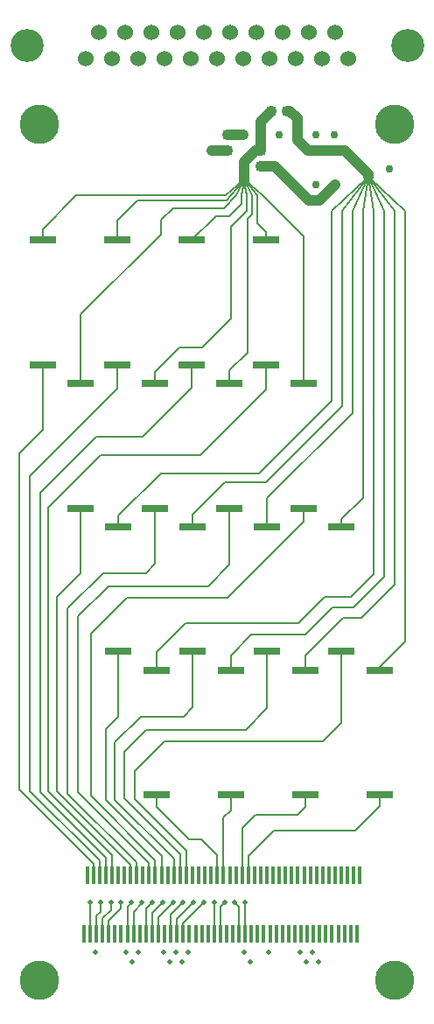
<source format=gtl>
%FSLAX24Y24*%
%MOIN*%
G70*
G01*
G75*
G04 Layer_Physical_Order=1*
G04 Layer_Color=255*
%ADD10R,0.1000X0.0300*%
%ADD11R,0.0360X0.0320*%
%ADD12R,0.0320X0.0360*%
%ADD13R,0.0118X0.0669*%
%ADD14C,0.0400*%
%ADD15C,0.0060*%
%ADD16C,0.0300*%
%ADD17C,0.0600*%
%ADD18C,0.1260*%
%ADD19C,0.1500*%
%ADD20C,0.0200*%
D10*
X1685Y3710D02*
D03*
X-1148D02*
D03*
X-3981D02*
D03*
X-6814D02*
D03*
X1685Y8460D02*
D03*
X-1148D02*
D03*
X-3981D02*
D03*
X-6814D02*
D03*
X-8255Y13920D02*
D03*
X-5422D02*
D03*
X-2589D02*
D03*
X244D02*
D03*
X-8255Y9170D02*
D03*
X-5422D02*
D03*
X-2589D02*
D03*
X244D02*
D03*
X3126Y-1750D02*
D03*
X293D02*
D03*
X-2540D02*
D03*
X-5373D02*
D03*
X3126Y3000D02*
D03*
X293D02*
D03*
X-2540D02*
D03*
X-5373D02*
D03*
X-9696Y19380D02*
D03*
X-6863D02*
D03*
X-4030D02*
D03*
X-1197D02*
D03*
X-9696Y14630D02*
D03*
X-6863D02*
D03*
X-4030D02*
D03*
X-1197D02*
D03*
D11*
X-1000Y24300D02*
D03*
X-400D02*
D03*
D12*
X-2675Y22800D02*
D03*
Y23400D02*
D03*
X-1398Y22200D02*
D03*
Y22800D02*
D03*
D13*
X2382Y-4810D02*
D03*
X2146D02*
D03*
X1909D02*
D03*
X1673D02*
D03*
X1437D02*
D03*
X1201D02*
D03*
X964D02*
D03*
X728D02*
D03*
X492D02*
D03*
X256D02*
D03*
X20D02*
D03*
X-217D02*
D03*
X-453D02*
D03*
X-689D02*
D03*
X-925D02*
D03*
X-1161D02*
D03*
X-1398D02*
D03*
X-1634D02*
D03*
X-1870D02*
D03*
X-2106D02*
D03*
X-2343D02*
D03*
X-2579D02*
D03*
X-2815D02*
D03*
X-3051D02*
D03*
X-3287D02*
D03*
X-3524D02*
D03*
X-3760D02*
D03*
X-3996D02*
D03*
X-4232D02*
D03*
X-4469D02*
D03*
X-4705D02*
D03*
X-4941D02*
D03*
X-5177D02*
D03*
X-5413D02*
D03*
X-5650D02*
D03*
X-5886D02*
D03*
X-6122D02*
D03*
X-6358D02*
D03*
X-6595D02*
D03*
X-6831D02*
D03*
X-7067D02*
D03*
X-7303D02*
D03*
X-7539D02*
D03*
X-7776D02*
D03*
X-8012D02*
D03*
X2264Y-7035D02*
D03*
X2027D02*
D03*
X1791D02*
D03*
X1555D02*
D03*
X1319D02*
D03*
X1083D02*
D03*
X846D02*
D03*
X610D02*
D03*
X374D02*
D03*
X138D02*
D03*
X-99D02*
D03*
X-335D02*
D03*
X-571D02*
D03*
X-807D02*
D03*
X-1043D02*
D03*
X-1280D02*
D03*
X-1516D02*
D03*
X-1752D02*
D03*
X-1988D02*
D03*
X-2224D02*
D03*
X-2461D02*
D03*
X-2697D02*
D03*
X-2933D02*
D03*
X-3169D02*
D03*
X-3406D02*
D03*
X-3642D02*
D03*
X-3878D02*
D03*
X-4114D02*
D03*
X-4350D02*
D03*
X-4587D02*
D03*
X-4823D02*
D03*
X-5059D02*
D03*
X-5295D02*
D03*
X-5532D02*
D03*
X-5768D02*
D03*
X-6004D02*
D03*
X-6240D02*
D03*
X-6476D02*
D03*
X-6713D02*
D03*
X-6949D02*
D03*
X-7185D02*
D03*
X-7421D02*
D03*
X-7658D02*
D03*
X-7894D02*
D03*
X-8130D02*
D03*
D14*
X2700Y21800D02*
Y21900D01*
X1800Y22800D02*
X2700Y21900D01*
X400Y22800D02*
X1800D01*
X0Y23200D02*
X400Y22800D01*
X0Y23200D02*
Y23400D01*
X-2675D02*
X-2075D01*
X-2043Y21669D02*
Y22352D01*
Y21664D02*
Y21669D01*
Y21653D02*
Y21664D01*
Y21600D02*
Y21653D01*
Y22352D02*
X-1596Y22800D01*
X-1398D01*
X-3275D02*
X-2675D01*
X837Y20900D02*
X1437Y21500D01*
X438Y20900D02*
X837D01*
X-862Y22200D02*
X438Y20900D01*
X-1398Y22200D02*
X-862D01*
X-1400Y23400D02*
X-1398Y23398D01*
Y22800D02*
Y23398D01*
X0Y23400D02*
Y24020D01*
X-280Y24300D02*
X0Y24020D01*
X-400Y24300D02*
X-280D01*
X-1400Y23400D02*
Y23900D01*
X-1000Y24300D01*
D15*
X-2077Y21640D02*
X-2043Y21669D01*
X-2730Y21080D02*
X-2077Y21640D01*
X-1998Y21653D02*
X-1330Y21080D01*
X-2030Y21680D02*
X-1998Y21653D01*
X-2043Y21653D02*
X-2030Y21680D01*
X-2065Y21611D02*
X-2043Y21653D01*
X-2330Y21080D02*
X-2065Y21611D01*
X-2075Y21626D02*
X-2043Y21664D01*
X-2530Y21080D02*
X-2075Y21626D01*
X-2030Y21680D02*
X-2017Y21604D01*
X-1930Y21080D01*
X-2130D02*
X-2043Y21600D01*
X-2001Y21621D02*
X-1730Y21080D01*
X-2030Y21680D02*
X-1996Y21639D01*
X-1530Y21080D01*
X-7164Y3710D02*
X-6614D01*
X-1870Y-4810D02*
X-1870Y-4810D01*
X-3051Y-4810D02*
X-3051Y-4810D01*
X-2382Y-5854D02*
X-2224Y-6012D01*
Y-7035D02*
Y-6012D01*
X-2933Y-6012D02*
X-2776Y-5854D01*
X-2933Y-7035D02*
Y-6012D01*
X-3169Y-7035D02*
X-3169Y-7035D01*
X-3169Y-7035D02*
Y-5854D01*
X-5768Y-6091D02*
X-5532Y-5854D01*
X-5768Y-7035D02*
Y-6091D01*
X-5532Y-6248D02*
X-5138Y-5854D01*
X-5532Y-7035D02*
Y-6248D01*
X-5295Y-6406D02*
X-4744Y-5854D01*
X-5295Y-7035D02*
Y-6406D01*
X-4823Y-6327D02*
X-4350Y-5854D01*
X-4823Y-7035D02*
Y-6327D01*
X-4587Y-6484D02*
X-3957Y-5854D01*
X-4587Y-7035D02*
Y-6484D01*
X-4350Y-7035D02*
Y-6642D01*
X-3563Y-5854D01*
X-6240Y-7035D02*
Y-6197D01*
X-5925Y-5882D01*
Y-5854D01*
X-6476Y-7035D02*
Y-6012D01*
X-6319Y-5854D01*
X-7185Y-7035D02*
Y-6541D01*
X-6713Y-6069D01*
Y-5854D01*
X-7421Y-7035D02*
Y-6448D01*
X-7106Y-6133D01*
Y-5854D01*
X-7658Y-7035D02*
Y-6354D01*
X-7500Y-6197D01*
Y-5854D01*
X-1988Y-7035D02*
X-1988Y-7035D01*
X-1988Y-7035D02*
Y-5854D01*
X-2589Y13920D02*
Y14421D01*
X-5422Y13920D02*
Y14368D01*
X-4510Y15280D01*
X-3630D01*
X-2533Y16377D01*
X-2589Y14421D02*
X-1909Y15101D01*
X-3981Y8460D02*
Y8927D01*
X-6814Y8460D02*
Y8886D01*
X-3981Y8927D02*
X-2758Y10150D01*
X-6814Y8886D02*
X-5200Y10500D01*
X293Y3000D02*
Y3543D01*
X1750Y5000D01*
X2450D01*
X-2540Y3000D02*
Y3560D01*
X-1750Y4350D01*
X300D01*
X1350Y5400D01*
X2150D01*
X-5373Y3000D02*
Y3677D01*
X-4250Y4800D01*
X50D01*
X1050Y5800D01*
X2050D01*
X-9696Y12154D02*
Y14630D01*
X-10600Y11250D02*
X-9696Y12154D01*
X-8255Y6694D02*
Y9170D01*
X-7405Y6690D02*
X-5773D01*
X-5422Y7041D01*
Y9170D01*
X-8359Y-1641D02*
Y5040D01*
X-7209Y6190D01*
X-3409D01*
X-2589Y7010D01*
Y9170D01*
X-7859Y-1791D02*
Y4390D01*
X-6509Y5740D01*
X-6814Y1234D02*
Y3710D01*
X-5964Y1230D02*
X-4332D01*
X-3981Y1581D01*
Y3710D01*
X-5768Y730D02*
X-1968D01*
X-1148Y1550D01*
Y3710D01*
X-5068Y280D02*
X982D01*
X1685Y983D01*
Y3710D01*
X-6200Y-852D02*
X-5068Y280D01*
X-6200Y-1900D02*
Y-852D01*
Y-1900D02*
X-4232Y-3868D01*
Y-4810D02*
Y-3868D01*
X-4469Y-4810D02*
Y-4011D01*
X-4705Y-4810D02*
Y-4177D01*
X-5177Y-4810D02*
Y-4087D01*
X-5413Y-4810D02*
Y-4237D01*
X-5650Y-4810D02*
Y-4350D01*
X-6595Y-1885D02*
X-4469Y-4011D01*
X-6595Y-1885D02*
Y-97D01*
X-5768Y730D01*
X-6949Y-1933D02*
X-4705Y-4177D01*
X-6949Y-1933D02*
Y245D01*
X-5964Y1230D01*
X-7303Y-1961D02*
X-5177Y-4087D01*
X-7303Y-1961D02*
Y745D01*
X-6814Y1234D01*
X-7859Y-1791D02*
X-5413Y-4237D01*
X-8359Y-1641D02*
X-5650Y-4350D01*
X-6122Y-4810D02*
Y-4328D01*
X-6358Y-4810D02*
Y-4400D01*
X-10600Y-1555D02*
Y11250D01*
Y-1555D02*
X-7776Y-4379D01*
Y-4810D02*
Y-4379D01*
X-9500Y-1600D02*
X-7067Y-4033D01*
Y-4810D02*
Y-4033D01*
X-9800Y-1650D02*
X-7303Y-4147D01*
Y-4810D02*
Y-4147D01*
X-10200Y-1596D02*
X-7539Y-4257D01*
Y-4810D02*
Y-4257D01*
X-7894Y-7035D02*
Y-5854D01*
X-5200Y10500D02*
X-1450D01*
X-2758Y10150D02*
X-1200D01*
X-1148Y8460D02*
Y9552D01*
X-3700Y11200D02*
X-1197Y13703D01*
Y14630D01*
X-4030Y13770D02*
Y14630D01*
X-10200Y10400D02*
X-6863Y13737D01*
Y14630D01*
X-9500Y-1600D02*
Y9200D01*
X-7500Y11200D01*
X-3700D01*
X-9800Y-1650D02*
Y9750D01*
X-7650Y11900D01*
X-5900D01*
X-4030Y13770D01*
X-10200Y-1596D02*
Y10400D01*
X-9150Y-1608D02*
X-6358Y-4400D01*
X-9150Y-1608D02*
Y5799D01*
X-8255Y6694D01*
X-8750Y-1700D02*
X-6122Y-4328D01*
X-8750Y-1700D02*
Y5345D01*
X-7405Y6690D01*
X-6509Y5740D02*
X-2660D01*
X244Y8644D01*
Y9170D01*
X-5373Y-2218D02*
Y-1750D01*
Y-2218D02*
X-4141Y-3450D01*
X-3651D01*
X-3051Y-4050D01*
Y-4810D02*
Y-4050D01*
X-2540Y-2340D02*
Y-1750D01*
X-2815Y-2615D02*
X-2540Y-2340D01*
X-2815Y-4810D02*
Y-2615D01*
X-2106Y-4810D02*
Y-3006D01*
X-1600Y-2500D01*
X0D01*
X293Y-2207D01*
Y-1750D01*
X-1870Y-4810D02*
Y-4070D01*
X-900Y-3100D01*
X2200D01*
X3126Y-2174D01*
Y-1750D01*
Y3000D02*
Y3126D01*
X1685Y8460D02*
Y8756D01*
X-1450Y10500D02*
X1300Y13250D01*
Y20500D01*
X-1200Y10150D02*
X1700Y13050D01*
Y20500D01*
X-1148Y9552D02*
X2100Y12800D01*
Y20500D01*
X1685Y8756D02*
X2500Y9571D01*
Y20500D01*
X2050Y5800D02*
X2900Y6650D01*
Y20500D01*
X2150Y5400D02*
X3300Y6550D01*
Y20500D01*
X2450Y5000D02*
X3720Y6270D01*
Y20500D01*
X3126Y3126D02*
X4100Y4100D01*
Y20500D01*
X-9696Y19804D02*
X-8420Y21080D01*
X-2730D01*
X-9696Y19380D02*
Y19804D01*
X-6100Y20900D02*
X-2710D01*
X-6863Y20137D02*
X-6100Y20900D01*
X-6863Y19380D02*
Y20137D01*
X-5200Y20144D02*
X-4744Y20600D01*
X-2810D02*
X-2330Y21080D01*
X-4744Y20600D02*
X-2810D01*
X-4030Y19380D02*
X-3110Y20300D01*
X-2600D01*
X-2130Y20770D01*
X-1930Y20494D02*
Y21080D01*
X-2533Y19892D02*
X-1930Y20494D01*
X-2533Y16377D02*
Y19892D01*
X-1909Y15101D02*
Y20191D01*
X-1730Y20370D01*
Y21080D01*
X-1530Y20030D02*
Y21080D01*
Y20030D02*
X-1197Y19697D01*
Y19380D02*
Y19697D01*
X-1330Y21080D02*
X244Y19506D01*
Y13920D02*
Y19506D01*
X2700Y21800D02*
X4100Y20500D01*
X2700Y21800D02*
X3300Y20500D01*
X2700Y21800D02*
X2900Y20500D01*
X2500D02*
X2700Y21800D01*
X1700Y20500D02*
X2700Y21800D01*
X1300Y20500D02*
X2700Y21800D01*
X2100Y20500D02*
X2700Y21800D01*
X3720Y20500D01*
X-2710Y20900D02*
X-2530Y21080D01*
X-2130Y20770D02*
Y21080D01*
X-8255Y13920D02*
Y16545D01*
X-5200Y19600D01*
Y20144D01*
D16*
X3509Y22100D02*
D03*
X-3275Y22800D02*
D03*
X0Y23400D02*
D03*
X-700D02*
D03*
X-1400D02*
D03*
X-2075D02*
D03*
X1437Y21500D02*
D03*
X700D02*
D03*
X1400Y23400D02*
D03*
X700D02*
D03*
D17*
X945Y26300D02*
D03*
X-55D02*
D03*
X-1055D02*
D03*
X-2055D02*
D03*
X-3055D02*
D03*
X-4055D02*
D03*
X-5055D02*
D03*
X-6055D02*
D03*
X-7055D02*
D03*
X-8055D02*
D03*
X1945D02*
D03*
X1445Y27300D02*
D03*
X445D02*
D03*
X-555D02*
D03*
X-1555D02*
D03*
X-2555D02*
D03*
X-3555D02*
D03*
X-4555D02*
D03*
X-5555D02*
D03*
X-6555D02*
D03*
X-7555D02*
D03*
D18*
X4195Y26800D02*
D03*
X-10305D02*
D03*
D19*
X3720Y23800D02*
D03*
X-9830D02*
D03*
X3720Y-8800D02*
D03*
X-9830D02*
D03*
D20*
X-1988Y-5854D02*
D03*
X-2382D02*
D03*
X-2776D02*
D03*
X-3169D02*
D03*
X-3563D02*
D03*
X-3957D02*
D03*
X-4350D02*
D03*
X-4744D02*
D03*
X-5138D02*
D03*
X-5532D02*
D03*
X-5925D02*
D03*
X-6319D02*
D03*
X-6713D02*
D03*
X-7106D02*
D03*
X-7500D02*
D03*
X-7900D02*
D03*
X-7700Y-7750D02*
D03*
X-6519D02*
D03*
X-6046D02*
D03*
X-5102D02*
D03*
X-4629D02*
D03*
X-4157D02*
D03*
X-2031D02*
D03*
X-1086D02*
D03*
X95D02*
D03*
X568D02*
D03*
X-6284Y-8116D02*
D03*
X-4867D02*
D03*
X-4394D02*
D03*
X-1796D02*
D03*
X330D02*
D03*
X803D02*
D03*
M02*

</source>
